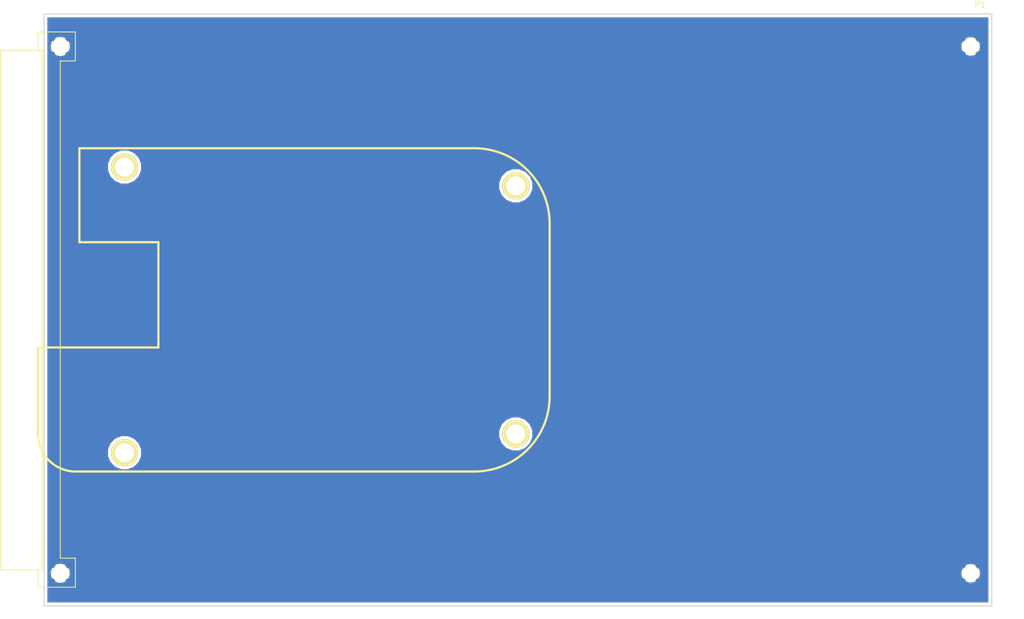
<source format=kicad_pcb>
(kicad_pcb (version 4) (host pcbnew no-vcs-found-product)

  (general
    (links 3)
    (no_connects 0)
    (area 51.034999 39.1925 219.7 144.7425)
    (thickness 1.6)
    (drawings 4)
    (tracks 0)
    (zones 0)
    (modules 2)
    (nets 2)
  )

  (page A4)
  (layers
    (0 F.Cu signal)
    (31 B.Cu signal hide)
    (32 B.Adhes user)
    (33 F.Adhes user)
    (34 B.Paste user)
    (35 F.Paste user)
    (36 B.SilkS user)
    (37 F.SilkS user)
    (38 B.Mask user)
    (39 F.Mask user)
    (40 Dwgs.User user)
    (41 Cmts.User user)
    (42 Eco1.User user)
    (43 Eco2.User user)
    (44 Edge.Cuts user)
    (45 Margin user)
    (46 B.CrtYd user)
    (47 F.CrtYd user)
    (48 B.Fab user)
    (49 F.Fab user)
  )

  (setup
    (last_trace_width 0.25)
    (trace_clearance 0.5)
    (zone_clearance 1)
    (zone_45_only no)
    (trace_min 0.2)
    (segment_width 0.2)
    (edge_width 0.15)
    (via_size 0.6)
    (via_drill 0.4)
    (via_min_size 0.4)
    (via_min_drill 0.3)
    (uvia_size 0.3)
    (uvia_drill 0.1)
    (uvias_allowed no)
    (uvia_min_size 0.2)
    (uvia_min_drill 0.1)
    (pcb_text_width 0.3)
    (pcb_text_size 1.5 1.5)
    (mod_edge_width 0.15)
    (mod_text_size 1 1)
    (mod_text_width 0.15)
    (pad_size 2.7 2.7)
    (pad_drill 2.7)
    (pad_to_mask_clearance 0.2)
    (aux_axis_origin 0 0)
    (visible_elements FFFFFF7F)
    (pcbplotparams
      (layerselection 0x01000_7fffffff)
      (usegerberextensions false)
      (excludeedgelayer true)
      (linewidth 0.100000)
      (plotframeref false)
      (viasonmask false)
      (mode 1)
      (useauxorigin false)
      (hpglpennumber 1)
      (hpglpenspeed 20)
      (hpglpendiameter 15)
      (psnegative false)
      (psa4output false)
      (plotreference true)
      (plotvalue true)
      (plotinvisibletext false)
      (padsonsilk false)
      (subtractmaskfromsilk false)
      (outputformat 1)
      (mirror false)
      (drillshape 0)
      (scaleselection 1)
      (outputdirectory gerber/))
  )

  (net 0 "")
  (net 1 GND)

  (net_class Default "This is the default net class."
    (clearance 0.5)
    (trace_width 0.25)
    (via_dia 0.6)
    (via_drill 0.4)
    (uvia_dia 0.3)
    (uvia_drill 0.1)
    (add_net GND)
  )

  (module "Controle:BEAGLEBONEBLACK_(fixation_holes)" (layer F.Cu) (tedit 57767A7B) (tstamp 57781C06)
    (at 101.13 91.95 180)
    (tags "beaglebone black")
    (fp_text reference U1 (at 0 1.778 180) (layer F.SilkS) hide
      (effects (font (thickness 0.3048)))
    )
    (fp_text value "BEAGLEBONE BLACK" (at 0 -1.143 180) (layer F.SilkS) hide
      (effects (font (thickness 0.3048)))
    )
    (fp_line (start 36.195 11.811) (end 36.195 11.43) (layer F.SilkS) (width 0.381))
    (fp_line (start 36.195 11.43) (end 22.86 11.43) (layer F.SilkS) (width 0.381))
    (fp_line (start 22.86 11.43) (end 22.86 -6.35) (layer F.SilkS) (width 0.381))
    (fp_line (start 22.86 -6.35) (end 43.18 -6.35) (layer F.SilkS) (width 0.381))
    (fp_line (start 43.18 -6.35) (end 43.18 -6.731) (layer F.SilkS) (width 0.381))
    (fp_line (start -30.48 27.305) (end 36.195 27.305) (layer F.SilkS) (width 0.381))
    (fp_line (start 36.195 27.305) (end 36.195 11.811) (layer F.SilkS) (width 0.381))
    (fp_line (start 43.18 -6.731) (end 43.18 -19.685) (layer F.SilkS) (width 0.381))
    (fp_line (start 43.18 -20.955) (end 43.18 -19.685) (layer F.SilkS) (width 0.381))
    (fp_line (start -30.48 -27.305) (end 36.83 -27.305) (layer F.SilkS) (width 0.381))
    (fp_line (start -43.18 -14.605) (end -43.18 14.605) (layer F.SilkS) (width 0.381))
    (fp_arc (start -30.48 -14.605) (end -43.18 -14.605) (angle 90) (layer F.SilkS) (width 0.381))
    (fp_arc (start -30.48 14.605) (end -30.48 27.305) (angle 90) (layer F.SilkS) (width 0.381))
    (fp_arc (start 36.83 -20.955) (end 36.83 -27.305) (angle 90) (layer F.SilkS) (width 0.381))
    (pad M1 thru_hole circle (at -37.465 -20.955 180) (size 4.572 4.572) (drill 3.175) (layers *.Cu *.Mask F.SilkS))
    (pad M2 thru_hole circle (at 28.575 -24.13 180) (size 4.572 4.572) (drill 3.175) (layers *.Cu *.Mask F.SilkS))
    (pad M3 thru_hole circle (at 28.575 24.13 180) (size 4.572 4.572) (drill 3.175) (layers *.Cu *.Mask F.SilkS))
    (pad M4 thru_hole circle (at -37.465 20.955 180) (size 4.572 4.572) (drill 3.175) (layers *.Cu *.Mask F.SilkS))
  )

  (module "Controle:Eurocard_template_(without_euro_connector)" (layer F.Cu) (tedit 57ADDE53) (tstamp 57AF7986)
    (at 218.95 141.95 180)
    (path /57517A5F)
    (fp_text reference P1 (at 2 101.5 180) (layer F.SilkS)
      (effects (font (size 1 1) (thickness 0.15)))
    )
    (fp_text value C64AC (at 6.9 -1.4 180) (layer F.Fab)
      (effects (font (size 1 1) (thickness 0.15)))
    )
    (fp_line (start 161 3.15) (end 161 6.07) (layer F.SilkS) (width 0.15))
    (fp_line (start 161 96.95) (end 161 93.83) (layer F.SilkS) (width 0.15))
    (fp_line (start 154.7 96.95) (end 161 96.95) (layer F.SilkS) (width 0.15))
    (fp_line (start 154.7 3.15) (end 161 3.15) (layer F.SilkS) (width 0.15))
    (fp_line (start 167.34 6.07) (end 160.29 6.07) (layer F.SilkS) (width 0.15))
    (fp_line (start 154.7 8.05) (end 157.24 8.05) (layer F.SilkS) (width 0.15))
    (fp_line (start 157.24 8.05) (end 157.24 92.05) (layer F.SilkS) (width 0.15))
    (fp_line (start 167.34 93.83) (end 167.34 6.07) (layer F.SilkS) (width 0.15))
    (fp_line (start 154.7 92.05) (end 154.7 96.95) (layer F.SilkS) (width 0.15))
    (fp_circle (center 3.57 5.5) (end 3.57 4.15) (layer F.SilkS) (width 0.15))
    (fp_circle (center 157.24 94.5) (end 157.24 93.1) (layer F.SilkS) (width 0.15))
    (fp_text user REAR (at 163 50.1 270) (layer Dwgs.User)
      (effects (font (size 3 3) (thickness 0.4)))
    )
    (fp_text user FRONT (at -3 50.1 270) (layer Dwgs.User)
      (effects (font (size 3 3) (thickness 0.4)))
    )
    (fp_circle (center 3.57 94.5) (end 3.57 93.15) (layer F.SilkS) (width 0.15))
    (fp_circle (center 157.24 5.5) (end 157.24 4.1) (layer F.SilkS) (width 0.15))
    (fp_line (start 0 97.5) (end 160 97.5) (layer Dwgs.User) (width 0.15))
    (fp_line (start 0 2.5) (end 160 2.5) (layer Dwgs.User) (width 0.15))
    (fp_line (start 0 0) (end 160 0) (layer F.SilkS) (width 0.15))
    (fp_line (start 160 0) (end 160 100) (layer F.SilkS) (width 0.15))
    (fp_line (start 160 100) (end 0 100) (layer F.SilkS) (width 0.15))
    (fp_line (start 0 100) (end 0 0) (layer F.SilkS) (width 0.15))
    (fp_line (start 154.7 3.15) (end 154.7 8.05) (layer F.SilkS) (width 0.15))
    (fp_line (start 154.7 92.05) (end 157.24 92.05) (layer F.SilkS) (width 0.15))
    (fp_line (start 167.34 93.83) (end 160.29 93.83) (layer F.SilkS) (width 0.15))
    (fp_line (start 160.29 93.83) (end 160.29 6.07) (layer F.SilkS) (width 0.15))
    (pad 1 thru_hole circle (at 3.57 5.5 180) (size 2.7 2.7) (drill 2.7) (layers *.Cu *.Mask F.SilkS)
      (net 1 GND))
    (pad 2 thru_hole circle (at 3.57 94.5 180) (size 2.7 2.7) (drill 2.7) (layers *.Cu *.Mask F.SilkS)
      (net 1 GND))
    (pad 1 thru_hole circle (at 157.24 5.5 180) (size 2.8 2.8) (drill 2.8) (layers *.Cu *.Mask F.SilkS)
      (net 1 GND))
    (pad 2 thru_hole circle (at 157.24 94.5 180) (size 2.8 2.8) (drill 2.8) (layers *.Cu *.Mask F.SilkS)
      (net 1 GND))
    (model ${Controle}/Controle.3dshapes/C64AC.wrl
      (at (xyz 6.58465 -1.97439 0.15748))
      (scale (xyz 0.3937 0.3937 0.3937))
      (rotate (xyz -90 180 -90))
    )
  )

  (gr_line (start 218.95 41.95) (end 58.95 41.95) (angle 90) (layer Edge.Cuts) (width 0.15))
  (gr_line (start 218.95 141.95) (end 218.95 41.95) (angle 90) (layer Edge.Cuts) (width 0.15))
  (gr_line (start 58.95 141.95) (end 218.95 141.95) (angle 90) (layer Edge.Cuts) (width 0.15))
  (gr_line (start 58.95 41.95) (end 58.95 141.95) (angle 90) (layer Edge.Cuts) (width 0.15))

  (zone (net 1) (net_name GND) (layer B.Cu) (tstamp 57519422) (hatch edge 0.508)
    (connect_pads (clearance 0.5))
    (min_thickness 0.1)
    (fill yes (arc_segments 16) (thermal_gap 0.2) (thermal_bridge_width 0.508))
    (polygon
      (pts
        (xy 218.95 141.95) (xy 58.95 141.95) (xy 58.95 41.95) (xy 218.95 41.95)
      )
    )
    (filled_polygon
      (pts
        (xy 218.325 141.325) (xy 59.575 141.325) (xy 59.575 137.730519) (xy 60.71798 137.730519) (xy 60.89349 137.920895)
        (xy 61.51853 138.121395) (xy 62.17272 138.06744) (xy 62.52651 137.920895) (xy 62.70202 137.730519) (xy 62.665674 137.694173)
        (xy 214.424327 137.694173) (xy 214.593685 137.879335) (xy 215.200523 138.071443) (xy 215.834684 138.016701) (xy 216.166315 137.879335)
        (xy 216.335673 137.694173) (xy 215.38 136.7385) (xy 214.424327 137.694173) (xy 62.665674 137.694173) (xy 61.71 136.7385)
        (xy 60.71798 137.730519) (xy 59.575 137.730519) (xy 59.575 136.25853) (xy 60.038605 136.25853) (xy 60.09256 136.91272)
        (xy 60.239105 137.26651) (xy 60.429481 137.44202) (xy 61.4215 136.45) (xy 61.9985 136.45) (xy 62.990519 137.44202)
        (xy 63.180895 137.26651) (xy 63.381395 136.64147) (xy 63.350801 136.270523) (xy 213.758557 136.270523) (xy 213.813299 136.904684)
        (xy 213.950665 137.236315) (xy 214.135827 137.405673) (xy 215.0915 136.45) (xy 215.6685 136.45) (xy 216.624173 137.405673)
        (xy 216.809335 137.236315) (xy 217.001443 136.629477) (xy 216.946701 135.995316) (xy 216.809335 135.663685) (xy 216.624173 135.494327)
        (xy 215.6685 136.45) (xy 215.0915 136.45) (xy 214.135827 135.494327) (xy 213.950665 135.663685) (xy 213.758557 136.270523)
        (xy 63.350801 136.270523) (xy 63.32744 135.98728) (xy 63.180895 135.63349) (xy 62.990519 135.45798) (xy 61.9985 136.45)
        (xy 61.4215 136.45) (xy 60.429481 135.45798) (xy 60.239105 135.63349) (xy 60.038605 136.25853) (xy 59.575 136.25853)
        (xy 59.575 135.169481) (xy 60.71798 135.169481) (xy 61.71 136.1615) (xy 62.665673 135.205827) (xy 214.424327 135.205827)
        (xy 215.38 136.1615) (xy 216.335673 135.205827) (xy 216.166315 135.020665) (xy 215.559477 134.828557) (xy 214.925316 134.883299)
        (xy 214.593685 135.020665) (xy 214.424327 135.205827) (xy 62.665673 135.205827) (xy 62.70202 135.169481) (xy 62.52651 134.979105)
        (xy 61.90147 134.778605) (xy 61.24728 134.83256) (xy 60.89349 134.979105) (xy 60.71798 135.169481) (xy 59.575 135.169481)
        (xy 59.575 116.64164) (xy 69.718508 116.64164) (xy 70.149354 117.684367) (xy 70.946437 118.482842) (xy 71.98841 118.915507)
        (xy 73.11664 118.916492) (xy 74.159367 118.485646) (xy 74.957842 117.688563) (xy 75.390507 116.64659) (xy 75.391492 115.51836)
        (xy 74.960646 114.475633) (xy 74.163563 113.677158) (xy 73.65658 113.46664) (xy 135.758508 113.46664) (xy 136.189354 114.509367)
        (xy 136.986437 115.307842) (xy 138.02841 115.740507) (xy 139.15664 115.741492) (xy 140.199367 115.310646) (xy 140.997842 114.513563)
        (xy 141.430507 113.47159) (xy 141.431492 112.34336) (xy 141.000646 111.300633) (xy 140.203563 110.502158) (xy 139.16159 110.069493)
        (xy 138.03336 110.068508) (xy 136.990633 110.499354) (xy 136.192158 111.296437) (xy 135.759493 112.33841) (xy 135.758508 113.46664)
        (xy 73.65658 113.46664) (xy 73.12159 113.244493) (xy 71.99336 113.243508) (xy 70.950633 113.674354) (xy 70.152158 114.471437)
        (xy 69.719493 115.51341) (xy 69.718508 116.64164) (xy 59.575 116.64164) (xy 59.575 71.55664) (xy 135.758508 71.55664)
        (xy 136.189354 72.599367) (xy 136.986437 73.397842) (xy 138.02841 73.830507) (xy 139.15664 73.831492) (xy 140.199367 73.400646)
        (xy 140.997842 72.603563) (xy 141.430507 71.56159) (xy 141.431492 70.43336) (xy 141.000646 69.390633) (xy 140.203563 68.592158)
        (xy 139.16159 68.159493) (xy 138.03336 68.158508) (xy 136.990633 68.589354) (xy 136.192158 69.386437) (xy 135.759493 70.42841)
        (xy 135.758508 71.55664) (xy 59.575 71.55664) (xy 59.575 68.38164) (xy 69.718508 68.38164) (xy 70.149354 69.424367)
        (xy 70.946437 70.222842) (xy 71.98841 70.655507) (xy 73.11664 70.656492) (xy 74.159367 70.225646) (xy 74.957842 69.428563)
        (xy 75.390507 68.38659) (xy 75.391492 67.25836) (xy 74.960646 66.215633) (xy 74.163563 65.417158) (xy 73.12159 64.984493)
        (xy 71.99336 64.983508) (xy 70.950633 65.414354) (xy 70.152158 66.211437) (xy 69.719493 67.25341) (xy 69.718508 68.38164)
        (xy 59.575 68.38164) (xy 59.575 48.730519) (xy 60.71798 48.730519) (xy 60.89349 48.920895) (xy 61.51853 49.121395)
        (xy 62.17272 49.06744) (xy 62.52651 48.920895) (xy 62.70202 48.730519) (xy 62.665674 48.694173) (xy 214.424327 48.694173)
        (xy 214.593685 48.879335) (xy 215.200523 49.071443) (xy 215.834684 49.016701) (xy 216.166315 48.879335) (xy 216.335673 48.694173)
        (xy 215.38 47.7385) (xy 214.424327 48.694173) (xy 62.665674 48.694173) (xy 61.71 47.7385) (xy 60.71798 48.730519)
        (xy 59.575 48.730519) (xy 59.575 47.25853) (xy 60.038605 47.25853) (xy 60.09256 47.91272) (xy 60.239105 48.26651)
        (xy 60.429481 48.44202) (xy 61.4215 47.45) (xy 61.9985 47.45) (xy 62.990519 48.44202) (xy 63.180895 48.26651)
        (xy 63.381395 47.64147) (xy 63.350801 47.270523) (xy 213.758557 47.270523) (xy 213.813299 47.904684) (xy 213.950665 48.236315)
        (xy 214.135827 48.405673) (xy 215.0915 47.45) (xy 215.6685 47.45) (xy 216.624173 48.405673) (xy 216.809335 48.236315)
        (xy 217.001443 47.629477) (xy 216.946701 46.995316) (xy 216.809335 46.663685) (xy 216.624173 46.494327) (xy 215.6685 47.45)
        (xy 215.0915 47.45) (xy 214.135827 46.494327) (xy 213.950665 46.663685) (xy 213.758557 47.270523) (xy 63.350801 47.270523)
        (xy 63.32744 46.98728) (xy 63.180895 46.63349) (xy 62.990519 46.45798) (xy 61.9985 47.45) (xy 61.4215 47.45)
        (xy 60.429481 46.45798) (xy 60.239105 46.63349) (xy 60.038605 47.25853) (xy 59.575 47.25853) (xy 59.575 46.169481)
        (xy 60.71798 46.169481) (xy 61.71 47.1615) (xy 62.665673 46.205827) (xy 214.424327 46.205827) (xy 215.38 47.1615)
        (xy 216.335673 46.205827) (xy 216.166315 46.020665) (xy 215.559477 45.828557) (xy 214.925316 45.883299) (xy 214.593685 46.020665)
        (xy 214.424327 46.205827) (xy 62.665673 46.205827) (xy 62.70202 46.169481) (xy 62.52651 45.979105) (xy 61.90147 45.778605)
        (xy 61.24728 45.83256) (xy 60.89349 45.979105) (xy 60.71798 46.169481) (xy 59.575 46.169481) (xy 59.575 42.575)
        (xy 218.325 42.575)
      )
    )
  )
  (zone (net 1) (net_name GND) (layer F.Cu) (tstamp 57AF79C8) (hatch edge 0.508)
    (connect_pads (clearance 1))
    (min_thickness 0.05)
    (fill yes (arc_segments 16) (thermal_gap 0.508) (thermal_bridge_width 0.508))
    (polygon
      (pts
        (xy 218.95 139.45) (xy 58.95 139.45) (xy 58.95 44.45) (xy 218.95 44.45)
      )
    )
    (filled_polygon
      (pts
        (xy 217.85 139.425) (xy 60.05 139.425) (xy 60.05 137.901192) (xy 60.582663 137.901192) (xy 60.744663 138.16827)
        (xy 61.475698 138.406893) (xy 62.242404 138.347597) (xy 62.675337 138.16827) (xy 62.837337 137.901192) (xy 62.800997 137.864852)
        (xy 214.289003 137.864852) (xy 214.444839 138.126738) (xy 215.157684 138.356974) (xy 215.904374 138.296891) (xy 216.315161 138.126738)
        (xy 216.470997 137.864852) (xy 215.38 136.773855) (xy 214.289003 137.864852) (xy 62.800997 137.864852) (xy 61.71 136.773855)
        (xy 60.582663 137.901192) (xy 60.05 137.901192) (xy 60.05 137.450682) (xy 60.258808 137.577337) (xy 61.386145 136.45)
        (xy 62.033855 136.45) (xy 63.161192 137.577337) (xy 63.42827 137.415337) (xy 63.666893 136.684302) (xy 63.631579 136.227684)
        (xy 213.473026 136.227684) (xy 213.533109 136.974374) (xy 213.703262 137.385161) (xy 213.965148 137.540997) (xy 215.056145 136.45)
        (xy 215.703855 136.45) (xy 216.794852 137.540997) (xy 217.056738 137.385161) (xy 217.286974 136.672316) (xy 217.226891 135.925626)
        (xy 217.056738 135.514839) (xy 216.794852 135.359003) (xy 215.703855 136.45) (xy 215.056145 136.45) (xy 213.965148 135.359003)
        (xy 213.703262 135.514839) (xy 213.473026 136.227684) (xy 63.631579 136.227684) (xy 63.607597 135.917596) (xy 63.42827 135.484663)
        (xy 63.161192 135.322663) (xy 62.033855 136.45) (xy 61.386145 136.45) (xy 60.258808 135.322663) (xy 60.05 135.449318)
        (xy 60.05 134.998808) (xy 60.582663 134.998808) (xy 61.71 136.126145) (xy 62.800997 135.035148) (xy 214.289003 135.035148)
        (xy 215.38 136.126145) (xy 216.470997 135.035148) (xy 216.315161 134.773262) (xy 215.602316 134.543026) (xy 214.855626 134.603109)
        (xy 214.444839 134.773262) (xy 214.289003 135.035148) (xy 62.800997 135.035148) (xy 62.837337 134.998808) (xy 62.675337 134.73173)
        (xy 61.944302 134.493107) (xy 61.177596 134.552403) (xy 60.744663 134.73173) (xy 60.582663 134.998808) (xy 60.05 134.998808)
        (xy 60.05 116.735709) (xy 69.243427 116.735709) (xy 69.746434 117.95308) (xy 70.677021 118.885292) (xy 71.893512 119.390424)
        (xy 73.210709 119.391573) (xy 74.42808 118.888566) (xy 75.360292 117.957979) (xy 75.865424 116.741488) (xy 75.866573 115.424291)
        (xy 75.363566 114.20692) (xy 74.718482 113.560709) (xy 135.283427 113.560709) (xy 135.786434 114.77808) (xy 136.717021 115.710292)
        (xy 137.933512 116.215424) (xy 139.250709 116.216573) (xy 140.46808 115.713566) (xy 141.400292 114.782979) (xy 141.905424 113.566488)
        (xy 141.906573 112.249291) (xy 141.403566 111.03192) (xy 140.472979 110.099708) (xy 139.256488 109.594576) (xy 137.939291 109.593427)
        (xy 136.72192 110.096434) (xy 135.789708 111.027021) (xy 135.284576 112.243512) (xy 135.283427 113.560709) (xy 74.718482 113.560709)
        (xy 74.432979 113.274708) (xy 73.216488 112.769576) (xy 71.899291 112.768427) (xy 70.68192 113.271434) (xy 69.749708 114.202021)
        (xy 69.244576 115.418512) (xy 69.243427 116.735709) (xy 60.05 116.735709) (xy 60.05 71.650709) (xy 135.283427 71.650709)
        (xy 135.786434 72.86808) (xy 136.717021 73.800292) (xy 137.933512 74.305424) (xy 139.250709 74.306573) (xy 140.46808 73.803566)
        (xy 141.400292 72.872979) (xy 141.905424 71.656488) (xy 141.906573 70.339291) (xy 141.403566 69.12192) (xy 140.472979 68.189708)
        (xy 139.256488 67.684576) (xy 137.939291 67.683427) (xy 136.72192 68.186434) (xy 135.789708 69.117021) (xy 135.284576 70.333512)
        (xy 135.283427 71.650709) (xy 60.05 71.650709) (xy 60.05 68.475709) (xy 69.243427 68.475709) (xy 69.746434 69.69308)
        (xy 70.677021 70.625292) (xy 71.893512 71.130424) (xy 73.210709 71.131573) (xy 74.42808 70.628566) (xy 75.360292 69.697979)
        (xy 75.865424 68.481488) (xy 75.866573 67.164291) (xy 75.363566 65.94692) (xy 74.432979 65.014708) (xy 73.216488 64.509576)
        (xy 71.899291 64.508427) (xy 70.68192 65.011434) (xy 69.749708 65.942021) (xy 69.244576 67.158512) (xy 69.243427 68.475709)
        (xy 60.05 68.475709) (xy 60.05 48.901192) (xy 60.582663 48.901192) (xy 60.744663 49.16827) (xy 61.475698 49.406893)
        (xy 62.242404 49.347597) (xy 62.675337 49.16827) (xy 62.837337 48.901192) (xy 62.800997 48.864852) (xy 214.289003 48.864852)
        (xy 214.444839 49.126738) (xy 215.157684 49.356974) (xy 215.904374 49.296891) (xy 216.315161 49.126738) (xy 216.470997 48.864852)
        (xy 215.38 47.773855) (xy 214.289003 48.864852) (xy 62.800997 48.864852) (xy 61.71 47.773855) (xy 60.582663 48.901192)
        (xy 60.05 48.901192) (xy 60.05 48.450682) (xy 60.258808 48.577337) (xy 61.386145 47.45) (xy 62.033855 47.45)
        (xy 63.161192 48.577337) (xy 63.42827 48.415337) (xy 63.666893 47.684302) (xy 63.631579 47.227684) (xy 213.473026 47.227684)
        (xy 213.533109 47.974374) (xy 213.703262 48.385161) (xy 213.965148 48.540997) (xy 215.056145 47.45) (xy 215.703855 47.45)
        (xy 216.794852 48.540997) (xy 217.056738 48.385161) (xy 217.286974 47.672316) (xy 217.226891 46.925626) (xy 217.056738 46.514839)
        (xy 216.794852 46.359003) (xy 215.703855 47.45) (xy 215.056145 47.45) (xy 213.965148 46.359003) (xy 213.703262 46.514839)
        (xy 213.473026 47.227684) (xy 63.631579 47.227684) (xy 63.607597 46.917596) (xy 63.42827 46.484663) (xy 63.161192 46.322663)
        (xy 62.033855 47.45) (xy 61.386145 47.45) (xy 60.258808 46.322663) (xy 60.05 46.449318) (xy 60.05 45.998808)
        (xy 60.582663 45.998808) (xy 61.71 47.126145) (xy 62.800997 46.035148) (xy 214.289003 46.035148) (xy 215.38 47.126145)
        (xy 216.470997 46.035148) (xy 216.315161 45.773262) (xy 215.602316 45.543026) (xy 214.855626 45.603109) (xy 214.444839 45.773262)
        (xy 214.289003 46.035148) (xy 62.800997 46.035148) (xy 62.837337 45.998808) (xy 62.675337 45.73173) (xy 61.944302 45.493107)
        (xy 61.177596 45.552403) (xy 60.744663 45.73173) (xy 60.582663 45.998808) (xy 60.05 45.998808) (xy 60.05 44.475)
        (xy 217.85 44.475)
      )
    )
  )
)

</source>
